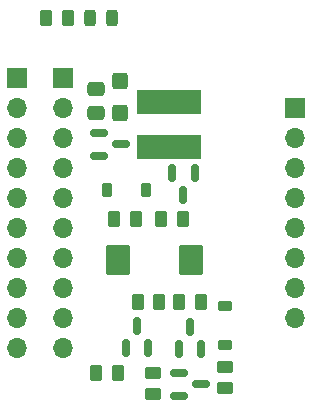
<source format=gts>
G04 #@! TF.GenerationSoftware,KiCad,Pcbnew,8.0.3*
G04 #@! TF.CreationDate,2024-07-18T13:22:42+02:00*
G04 #@! TF.ProjectId,vpp-maker-rev6-ian,7670702d-6d61-46b6-9572-2d726576362d,rev?*
G04 #@! TF.SameCoordinates,Original*
G04 #@! TF.FileFunction,Soldermask,Top*
G04 #@! TF.FilePolarity,Negative*
%FSLAX46Y46*%
G04 Gerber Fmt 4.6, Leading zero omitted, Abs format (unit mm)*
G04 Created by KiCad (PCBNEW 8.0.3) date 2024-07-18 13:22:42*
%MOMM*%
%LPD*%
G01*
G04 APERTURE LIST*
G04 Aperture macros list*
%AMRoundRect*
0 Rectangle with rounded corners*
0 $1 Rounding radius*
0 $2 $3 $4 $5 $6 $7 $8 $9 X,Y pos of 4 corners*
0 Add a 4 corners polygon primitive as box body*
4,1,4,$2,$3,$4,$5,$6,$7,$8,$9,$2,$3,0*
0 Add four circle primitives for the rounded corners*
1,1,$1+$1,$2,$3*
1,1,$1+$1,$4,$5*
1,1,$1+$1,$6,$7*
1,1,$1+$1,$8,$9*
0 Add four rect primitives between the rounded corners*
20,1,$1+$1,$2,$3,$4,$5,0*
20,1,$1+$1,$4,$5,$6,$7,0*
20,1,$1+$1,$6,$7,$8,$9,0*
20,1,$1+$1,$8,$9,$2,$3,0*%
G04 Aperture macros list end*
%ADD10RoundRect,0.150000X0.150000X-0.587500X0.150000X0.587500X-0.150000X0.587500X-0.150000X-0.587500X0*%
%ADD11RoundRect,0.150000X-0.150000X0.587500X-0.150000X-0.587500X0.150000X-0.587500X0.150000X0.587500X0*%
%ADD12RoundRect,0.243750X0.243750X0.456250X-0.243750X0.456250X-0.243750X-0.456250X0.243750X-0.456250X0*%
%ADD13RoundRect,0.250000X-0.475000X0.337500X-0.475000X-0.337500X0.475000X-0.337500X0.475000X0.337500X0*%
%ADD14RoundRect,0.225000X0.225000X0.375000X-0.225000X0.375000X-0.225000X-0.375000X0.225000X-0.375000X0*%
%ADD15RoundRect,0.250000X0.450000X-0.262500X0.450000X0.262500X-0.450000X0.262500X-0.450000X-0.262500X0*%
%ADD16R,1.700000X1.700000*%
%ADD17O,1.700000X1.700000*%
%ADD18RoundRect,0.250000X-0.450000X0.262500X-0.450000X-0.262500X0.450000X-0.262500X0.450000X0.262500X0*%
%ADD19RoundRect,0.250000X0.262500X0.450000X-0.262500X0.450000X-0.262500X-0.450000X0.262500X-0.450000X0*%
%ADD20RoundRect,0.250000X-0.425000X0.450000X-0.425000X-0.450000X0.425000X-0.450000X0.425000X0.450000X0*%
%ADD21RoundRect,0.250000X-0.262500X-0.450000X0.262500X-0.450000X0.262500X0.450000X-0.262500X0.450000X0*%
%ADD22RoundRect,0.250000X0.787500X1.025000X-0.787500X1.025000X-0.787500X-1.025000X0.787500X-1.025000X0*%
%ADD23RoundRect,0.150000X-0.587500X-0.150000X0.587500X-0.150000X0.587500X0.150000X-0.587500X0.150000X0*%
%ADD24R,5.500000X2.150000*%
%ADD25RoundRect,0.225000X-0.375000X0.225000X-0.375000X-0.225000X0.375000X-0.225000X0.375000X0.225000X0*%
G04 APERTURE END LIST*
D10*
X147550000Y-98437500D03*
X149450000Y-98437500D03*
X148500000Y-96562500D03*
D11*
X153400000Y-83562500D03*
X151500000Y-83562500D03*
X152450000Y-85437500D03*
D12*
X146437500Y-70500000D03*
X144562500Y-70500000D03*
D13*
X145059864Y-76462500D03*
X145059864Y-78537500D03*
D14*
X149300000Y-85000000D03*
X146000000Y-85000000D03*
D15*
X156000000Y-101825000D03*
X156000000Y-100000000D03*
D16*
X138400000Y-75550000D03*
D17*
X138400000Y-78090000D03*
X138400000Y-80630000D03*
X138400000Y-83170000D03*
X138400000Y-85710000D03*
X138400000Y-88250000D03*
X138400000Y-90790000D03*
X138400000Y-93330000D03*
X138400000Y-95870000D03*
X138400000Y-98410000D03*
D10*
X152050000Y-98500000D03*
X153950000Y-98500000D03*
X153000000Y-96625000D03*
D18*
X149912500Y-100500000D03*
X149912500Y-102325000D03*
D19*
X148412500Y-87500000D03*
X146587500Y-87500000D03*
D20*
X147102685Y-75787256D03*
X147102685Y-78487256D03*
D21*
X152087500Y-94500000D03*
X153912500Y-94500000D03*
D22*
X153112500Y-91000000D03*
X146887500Y-91000000D03*
D23*
X152062500Y-100550000D03*
X152062500Y-102450000D03*
X153937500Y-101500000D03*
D16*
X142250000Y-75575000D03*
D17*
X142250000Y-78115000D03*
X142250000Y-80655000D03*
X142250000Y-83195000D03*
X142250000Y-85735000D03*
X142250000Y-88275000D03*
X142250000Y-90815000D03*
X142250000Y-93355000D03*
X142250000Y-95895000D03*
X142250000Y-98435000D03*
D16*
X161875000Y-78125000D03*
D17*
X161875000Y-80665000D03*
X161875000Y-83205000D03*
X161875000Y-85745000D03*
X161875000Y-88285000D03*
X161875000Y-90825000D03*
X161875000Y-93365000D03*
X161875000Y-95905000D03*
D23*
X145312528Y-80232666D03*
X145312528Y-82132666D03*
X147187528Y-81182666D03*
D24*
X151249999Y-77575000D03*
X151249999Y-81425000D03*
D19*
X152412500Y-87500000D03*
X150587500Y-87500000D03*
D21*
X140837500Y-70500000D03*
X142662500Y-70500000D03*
D25*
X156000000Y-94850000D03*
X156000000Y-98150000D03*
D21*
X148587500Y-94500000D03*
X150412500Y-94500000D03*
D19*
X146912500Y-100500000D03*
X145087500Y-100500000D03*
M02*

</source>
